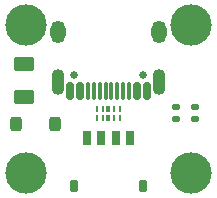
<source format=gts>
%TF.GenerationSoftware,KiCad,Pcbnew,8.0.4*%
%TF.CreationDate,2024-08-22T18:58:07-07:00*%
%TF.ProjectId,UDB,5544422e-6b69-4636-9164-5f7063625858,C4-RC1*%
%TF.SameCoordinates,Original*%
%TF.FileFunction,Soldermask,Top*%
%TF.FilePolarity,Negative*%
%FSLAX46Y46*%
G04 Gerber Fmt 4.6, Leading zero omitted, Abs format (unit mm)*
G04 Created by KiCad (PCBNEW 8.0.4) date 2024-08-22 18:58:07*
%MOMM*%
%LPD*%
G01*
G04 APERTURE LIST*
G04 Aperture macros list*
%AMRoundRect*
0 Rectangle with rounded corners*
0 $1 Rounding radius*
0 $2 $3 $4 $5 $6 $7 $8 $9 X,Y pos of 4 corners*
0 Add a 4 corners polygon primitive as box body*
4,1,4,$2,$3,$4,$5,$6,$7,$8,$9,$2,$3,0*
0 Add four circle primitives for the rounded corners*
1,1,$1+$1,$2,$3*
1,1,$1+$1,$4,$5*
1,1,$1+$1,$6,$7*
1,1,$1+$1,$8,$9*
0 Add four rect primitives between the rounded corners*
20,1,$1+$1,$2,$3,$4,$5,0*
20,1,$1+$1,$4,$5,$6,$7,0*
20,1,$1+$1,$6,$7,$8,$9,0*
20,1,$1+$1,$8,$9,$2,$3,0*%
G04 Aperture macros list end*
%ADD10RoundRect,0.250000X-0.625000X0.375000X-0.625000X-0.375000X0.625000X-0.375000X0.625000X0.375000X0*%
%ADD11C,3.500001*%
%ADD12RoundRect,0.135000X-0.185000X0.135000X-0.185000X-0.135000X0.185000X-0.135000X0.185000X0.135000X0*%
%ADD13RoundRect,0.100000X-0.250000X-0.400000X0.250000X-0.400000X0.250000X0.400000X-0.250000X0.400000X0*%
%ADD14RoundRect,0.125000X-0.250000X-0.475000X0.250000X-0.475000X0.250000X0.475000X-0.250000X0.475000X0*%
%ADD15O,1.300000X1.900000*%
%ADD16O,1.100000X2.200000*%
%ADD17RoundRect,0.075000X0.075000X0.650000X-0.075000X0.650000X-0.075000X-0.650000X0.075000X-0.650000X0*%
%ADD18RoundRect,0.150000X0.150000X0.575000X-0.150000X0.575000X-0.150000X-0.575000X0.150000X-0.575000X0*%
%ADD19C,0.650000*%
%ADD20RoundRect,0.125000X-0.000010X-0.150000X0.000010X-0.150000X0.000010X0.150000X-0.000010X0.150000X0*%
%ADD21R,0.250000X0.550000*%
%ADD22R,0.300000X0.550000*%
%ADD23RoundRect,0.250000X-0.250000X-0.350000X0.250000X-0.350000X0.250000X0.350000X-0.250000X0.350000X0*%
G04 APERTURE END LIST*
D10*
X67890500Y-64607000D03*
X67890500Y-61807000D03*
D11*
X68004500Y-71043000D03*
D12*
X82302500Y-66503000D03*
X82302500Y-65483000D03*
D11*
X68004500Y-58543000D03*
D12*
X80702500Y-66503000D03*
X80702500Y-65483000D03*
D11*
X82004500Y-58543000D03*
D13*
X77954500Y-72143000D03*
D14*
X76804500Y-68143000D03*
X75604500Y-68143000D03*
X74404500Y-68143000D03*
X73204500Y-68143000D03*
D13*
X72054500Y-72143000D03*
D15*
X70702500Y-59143000D03*
D16*
X70702500Y-63343000D03*
D15*
X79302500Y-59143000D03*
D16*
X79302500Y-63343000D03*
D17*
X76752500Y-64118000D03*
X75752500Y-64118000D03*
X74252500Y-64118000D03*
X73252500Y-64118000D03*
D18*
X72552500Y-64118000D03*
X71752500Y-64118000D03*
D17*
X73752500Y-64118000D03*
X74752500Y-64118000D03*
X75256500Y-64118000D03*
X76252500Y-64118000D03*
D18*
X77452500Y-64118000D03*
X78252500Y-64118000D03*
D19*
X72112500Y-62792000D03*
X77892500Y-62792000D03*
D20*
X74002500Y-66411400D03*
D21*
X74502500Y-66411400D03*
D22*
X75002500Y-66411400D03*
D21*
X75502500Y-66411400D03*
X76002500Y-66411400D03*
X76002500Y-65641400D03*
X75502500Y-65641400D03*
D22*
X75002500Y-65641400D03*
D21*
X74502500Y-65641400D03*
X74002500Y-65641400D03*
D11*
X82004500Y-71043000D03*
D23*
X70454500Y-66890000D03*
X67154500Y-66890000D03*
M02*

</source>
